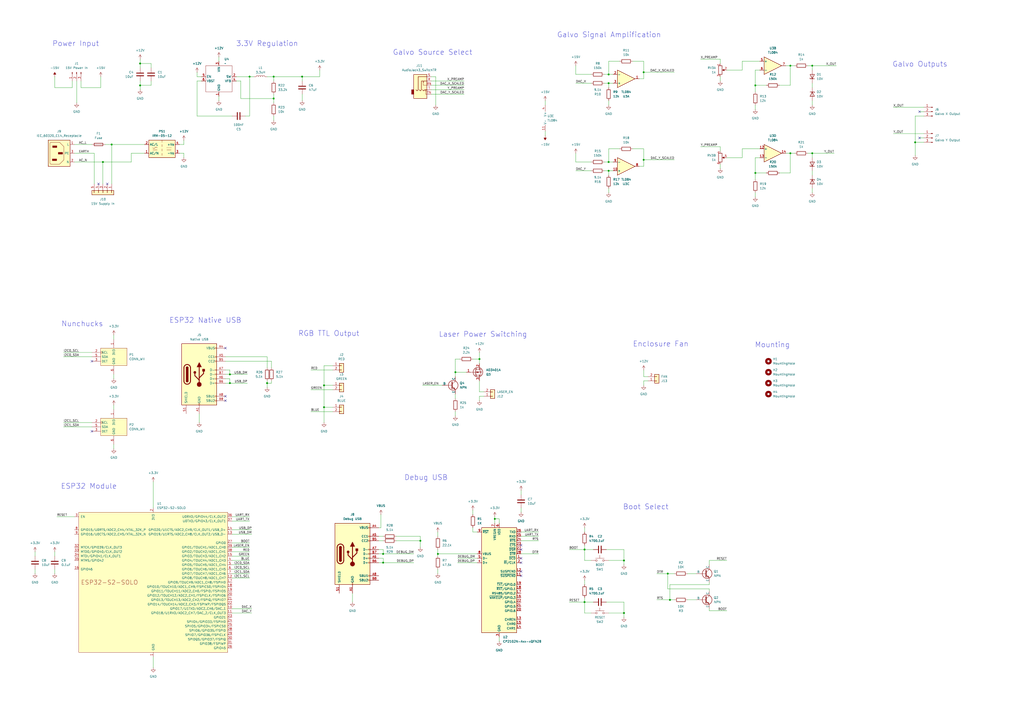
<source format=kicad_sch>
(kicad_sch (version 20250114) (generator "eeschema") (generator_version "9.0")
  (paper "A2")
  (text "ESP32 Native USB" (at 119.126 185.928 0) (effects (font (size 3 3))))
  (text "3.3V Regulation" (at 154.94 25.4 0) (effects (font (size 3 3))))
  (text "RGB TTL Output" (at 190.754 193.548 0) (effects (font (size 3 3))))
  (text "Laser Power Switching" (at 280.162 194.056 0) (effects (font (size 3 3))))
  (text "Boot Select" (at 374.65 294.132 0) (effects (font (size 3 3))))
  (text "ESP32 Module" (at 51.562 282.194 0) (effects (font (size 3 3))))
  (text "Enclosure Fan" (at 383.286 199.644 0) (effects (font (size 3 3))))
  (text "Nunchucks" (at 47.752 187.96 0) (effects (font (size 3 3))))
  (text "Mounting" (at 448.056 200.152 0) (effects (font (size 3 3))))
  (text "Galvo Source Select" (at 250.952 30.48 0) (effects (font (size 3 3))))
  (text "Power Input" (at 43.942 25.4 0) (effects (font (size 3 3))))
  (text "Debug USB" (at 247.142 277.114 0) (effects (font (size 3 3))))
  (text "Galvo Signal Amplification" (at 353.314 20.32 0) (effects (font (size 3 3))))
  (text "Galvo Outputs" (at 533.654 37.338 0) (effects (font (size 3 3))))
  (junction (at 361.95 325.12))
  (junction (at 222.25 321.31))
  (junction (at 133.35 217.17))
  (junction (at 175.26 44.45))
  (junction (at 471.17 88.9))
  (junction (at 373.38 92.71))
  (junction (at 471.17 38.1))
  (junction (at 187.96 223.52))
  (junction (at 64.77 83.82))
  (junction (at 339.09 318.77))
  (junction (at 59.69 93.98))
  (junction (at 361.95 355.6))
  (junction (at 438.15 100.33))
  (junction (at 458.47 38.1))
  (junction (at 254 321.31))
  (junction (at 154.94 222.25))
  (junction (at 133.35 222.25))
  (junction (at 458.47 88.9))
  (junction (at 339.09 349.25))
  (junction (at 388.62 347.98))
  (junction (at 158.75 57.15))
  (junction (at 353.06 48.26))
  (junction (at 287.02 300.99))
  (junction (at 353.06 93.98))
  (junction (at 144.78 44.45))
  (junction (at 81.28 49.53))
  (junction (at 373.38 41.91))
  (junction (at 353.06 43.18))
  (junction (at 353.06 99.06))
  (junction (at 187.96 236.22))
  (junction (at 387.35 332.74))
  (junction (at 438.15 49.53))
  (junction (at 81.28 36.83))
  (junction (at 278.13 208.28))
  (junction (at 243.84 313.69))
  (junction (at 264.16 215.9))
  (junction (at 530.86 82.55))
  (junction (at 158.75 44.45))
  (junction (at 222.25 326.39))
  (no_connect (at 302.26 334.01))
  (no_connect (at 53.34 209.55))
  (no_connect (at 533.4 64.77))
  (no_connect (at 533.4 80.01))
  (no_connect (at 302.26 318.77))
  (no_connect (at 302.26 323.85))
  (no_connect (at 302.26 331.47))
  (no_connect (at 302.26 316.23))
  (no_connect (at 130.81 201.93))
  (no_connect (at 130.81 232.41))
  (no_connect (at 302.26 326.39))
  (no_connect (at 53.34 250.19))
  (no_connect (at 57.15 106.68))
  (no_connect (at 130.81 229.87))
  (no_connect (at 62.23 106.68))
  (wire (pts (xy 471.17 38.1) (xy 485.14 38.1)))
  (wire (pts (xy 353.06 58.42) (xy 353.06 60.96)))
  (wire (pts (xy 438.15 49.53) (xy 438.15 53.34)))
  (wire (pts (xy 229.87 313.69) (xy 243.84 313.69)))
  (wire (pts (xy 287.02 299.72) (xy 287.02 300.99)))
  (wire (pts (xy 353.06 35.56) (xy 359.41 35.56)))
  (wire (pts (xy 266.7 208.28) (xy 264.16 208.28)))
  (wire (pts (xy 193.04 212.09) (xy 187.96 212.09)))
  (wire (pts (xy 421.64 91.44) (xy 430.53 91.44)))
  (wire (pts (xy 87.63 36.83) (xy 81.28 36.83)))
  (wire (pts (xy 411.48 337.82) (xy 411.48 339.09)))
  (wire (pts (xy 130.81 209.55) (xy 157.48 209.55)))
  (wire (pts (xy 175.26 44.45) (xy 175.26 46.99)))
  (wire (pts (xy 133.35 222.25) (xy 143.51 222.25)))
  (wire (pts (xy 81.28 34.29) (xy 81.28 36.83)))
  (wire (pts (xy 254 318.77) (xy 254 321.31)))
  (wire (pts (xy 302.26 308.61) (xy 312.42 308.61)))
  (wire (pts (xy 144.78 327.66) (xy 134.62 327.66)))
  (wire (pts (xy 278.13 227.33) (xy 278.13 220.98)))
  (wire (pts (xy 154.94 220.98) (xy 154.94 222.25)))
  (wire (pts (xy 339.09 316.23) (xy 339.09 318.77)))
  (wire (pts (xy 373.38 92.71) (xy 391.16 92.71)))
  (wire (pts (xy 440.69 40.64) (xy 438.15 40.64)))
  (wire (pts (xy 411.48 327.66) (xy 411.48 325.12)))
  (wire (pts (xy 222.25 321.31) (xy 240.03 321.31)))
  (wire (pts (xy 387.35 332.74) (xy 391.16 332.74)))
  (wire (pts (xy 458.47 100.33) (xy 452.12 100.33)))
  (wire (pts (xy 471.17 48.26) (xy 471.17 50.8)))
  (wire (pts (xy 411.48 353.06) (xy 411.48 354.33)))
  (wire (pts (xy 440.69 91.44) (xy 438.15 91.44)))
  (wire (pts (xy 406.4 85.09) (xy 417.83 85.09)))
  (wire (pts (xy 302.26 313.69) (xy 312.42 313.69)))
  (wire (pts (xy 59.69 106.68) (xy 59.69 93.98)))
  (wire (pts (xy 302.26 311.15) (xy 312.42 311.15)))
  (wire (pts (xy 339.09 346.71) (xy 339.09 349.25)))
  (wire (pts (xy 373.38 35.56) (xy 367.03 35.56)))
  (wire (pts (xy 158.75 44.45) (xy 154.94 44.45)))
  (wire (pts (xy 158.75 57.15) (xy 158.75 59.69)))
  (wire (pts (xy 157.48 220.98) (xy 157.48 222.25)))
  (wire (pts (xy 114.3 46.99) (xy 114.3 67.31)))
  (wire (pts (xy 530.86 82.55) (xy 530.86 90.17)))
  (wire (pts (xy 130.81 219.71) (xy 133.35 219.71)))
  (wire (pts (xy 254 308.61) (xy 254 311.15)))
  (wire (pts (xy 87.63 39.37) (xy 87.63 36.83)))
  (wire (pts (xy 265.43 323.85) (xy 276.86 323.85)))
  (wire (pts (xy 144.78 44.45) (xy 147.32 44.45)))
  (wire (pts (xy 370.84 45.72) (xy 373.38 45.72)))
  (wire (pts (xy 361.95 355.6) (xy 361.95 358.14)))
  (wire (pts (xy 316.23 58.42) (xy 316.23 60.96)))
  (wire (pts (xy 222.25 318.77) (xy 222.25 321.31)))
  (wire (pts (xy 351.79 318.77) (xy 361.95 318.77)))
  (wire (pts (xy 31.75 320.04) (xy 31.75 322.58)))
  (wire (pts (xy 274.32 308.61) (xy 276.86 308.61)))
  (wire (pts (xy 280.67 229.87) (xy 278.13 229.87)))
  (wire (pts (xy 254 321.31) (xy 276.86 321.31)))
  (wire (pts (xy 438.15 111.76) (xy 438.15 114.3)))
  (wire (pts (xy 417.83 87.63) (xy 417.83 85.09)))
  (wire (pts (xy 139.7 57.15) (xy 139.7 46.99)))
  (wire (pts (xy 421.64 40.64) (xy 430.53 40.64)))
  (wire (pts (xy 116.84 46.99) (xy 114.3 46.99)))
  (wire (pts (xy 370.84 96.52) (xy 373.38 96.52)))
  (wire (pts (xy 353.06 355.6) (xy 361.95 355.6)))
  (wire (pts (xy 342.9 43.18) (xy 334.01 43.18)))
  (wire (pts (xy 139.7 46.99) (xy 137.16 46.99)))
  (wire (pts (xy 134.62 302.26) (xy 144.78 302.26)))
  (wire (pts (xy 20.32 330.2) (xy 20.32 332.74)))
  (wire (pts (xy 41.91 50.8) (xy 31.75 50.8)))
  (wire (pts (xy 302.26 294.64) (xy 302.26 297.18)))
  (wire (pts (xy 381 332.74) (xy 387.35 332.74)))
  (wire (pts (xy 468.63 88.9) (xy 471.17 88.9)))
  (wire (pts (xy 334.01 38.1) (xy 334.01 43.18)))
  (wire (pts (xy 417.83 95.25) (xy 417.83 97.79)))
  (wire (pts (xy 158.75 44.45) (xy 175.26 44.45)))
  (wire (pts (xy 76.2 93.98) (xy 76.2 88.9)))
  (wire (pts (xy 289.56 369.57) (xy 289.56 372.11)))
  (wire (pts (xy 53.34 83.82) (xy 43.18 83.82)))
  (wire (pts (xy 438.15 40.64) (xy 438.15 49.53)))
  (wire (pts (xy 250.19 52.07) (xy 269.24 52.07)))
  (wire (pts (xy 254 330.2) (xy 254 332.74)))
  (wire (pts (xy 158.75 67.31) (xy 158.75 69.85)))
  (wire (pts (xy 157.48 209.55) (xy 157.48 213.36)))
  (wire (pts (xy 36.83 204.47) (xy 53.34 204.47)))
  (wire (pts (xy 361.95 349.25) (xy 361.95 355.6)))
  (wire (pts (xy 137.16 44.45) (xy 144.78 44.45)))
  (wire (pts (xy 245.11 223.52) (xy 256.54 223.52)))
  (wire (pts (xy 264.16 215.9) (xy 270.51 215.9)))
  (wire (pts (xy 76.2 88.9) (xy 83.82 88.9)))
  (wire (pts (xy 350.52 48.26) (xy 353.06 48.26)))
  (wire (pts (xy 302.26 284.48) (xy 302.26 287.02)))
  (wire (pts (xy 146.05 353.06) (xy 134.62 353.06)))
  (wire (pts (xy 66.04 217.17) (xy 66.04 219.71)))
  (wire (pts (xy 471.17 58.42) (xy 471.17 60.96)))
  (wire (pts (xy 430.53 40.64) (xy 430.53 35.56)))
  (wire (pts (xy 278.13 229.87) (xy 278.13 232.41)))
  (wire (pts (xy 355.6 99.06) (xy 353.06 99.06)))
  (wire (pts (xy 54.61 106.68) (xy 54.61 88.9)))
  (wire (pts (xy 353.06 43.18) (xy 353.06 35.56)))
  (wire (pts (xy 59.69 93.98) (xy 76.2 93.98)))
  (wire (pts (xy 535.94 67.31) (xy 530.86 67.31)))
  (wire (pts (xy 411.48 341.63) (xy 411.48 342.9)))
  (wire (pts (xy 353.06 93.98) (xy 353.06 86.36)))
  (wire (pts (xy 471.17 88.9) (xy 483.87 88.9)))
  (wire (pts (xy 458.47 49.53) (xy 452.12 49.53)))
  (wire (pts (xy 187.96 212.09) (xy 187.96 223.52)))
  (wire (pts (xy 158.75 57.15) (xy 139.7 57.15)))
  (wire (pts (xy 134.62 299.72) (xy 144.78 299.72)))
  (wire (pts (xy 339.09 355.6) (xy 339.09 349.25)))
  (wire (pts (xy 81.28 49.53) (xy 81.28 46.99)))
  (wire (pts (xy 46.99 50.8) (xy 58.42 50.8)))
  (wire (pts (xy 54.61 88.9) (xy 43.18 88.9)))
  (wire (pts (xy 36.83 207.01) (xy 53.34 207.01)))
  (wire (pts (xy 114.3 41.91) (xy 114.3 44.45)))
  (wire (pts (xy 375.92 220.98) (xy 373.38 220.98)))
  (wire (pts (xy 254 321.31) (xy 254 322.58)))
  (wire (pts (xy 127 33.02) (xy 127 35.56)))
  (wire (pts (xy 133.35 222.25) (xy 130.81 222.25)))
  (wire (pts (xy 36.83 247.65) (xy 53.34 247.65)))
  (wire (pts (xy 417.83 36.83) (xy 417.83 34.29)))
  (wire (pts (xy 243.84 311.15) (xy 243.84 313.69)))
  (wire (pts (xy 334.01 88.9) (xy 334.01 93.98)))
  (wire (pts (xy 64.77 83.82) (xy 83.82 83.82)))
  (wire (pts (xy 330.2 318.77) (xy 339.09 318.77)))
  (wire (pts (xy 66.04 257.81) (xy 66.04 260.35)))
  (wire (pts (xy 355.6 48.26) (xy 353.06 48.26)))
  (wire (pts (xy 387.35 332.74) (xy 387.35 341.63)))
  (wire (pts (xy 130.81 207.01) (xy 154.94 207.01)))
  (wire (pts (xy 330.2 349.25) (xy 339.09 349.25)))
  (wire (pts (xy 398.78 332.74) (xy 403.86 332.74)))
  (wire (pts (xy 144.78 322.58) (xy 134.62 322.58)))
  (wire (pts (xy 411.48 339.09) (xy 388.62 339.09)))
  (wire (pts (xy 430.53 91.44) (xy 430.53 86.36)))
  (wire (pts (xy 88.9 279.4) (xy 88.9 294.64)))
  (wire (pts (xy 264.16 208.28) (xy 264.16 215.9)))
  (wire (pts (xy 187.96 236.22) (xy 193.04 236.22)))
  (wire (pts (xy 278.13 204.47) (xy 278.13 208.28)))
  (wire (pts (xy 187.96 223.52) (xy 187.96 236.22)))
  (wire (pts (xy 430.53 35.56) (xy 440.69 35.56)))
  (wire (pts (xy 289.56 300.99) (xy 287.02 300.99)))
  (wire (pts (xy 280.67 227.33) (xy 278.13 227.33)))
  (wire (pts (xy 264.16 228.6) (xy 264.16 231.14)))
  (wire (pts (xy 106.68 81.28) (xy 106.68 83.82)))
  (wire (pts (xy 46.99 46.99) (xy 46.99 50.8)))
  (wire (pts (xy 180.34 214.63) (xy 193.04 214.63)))
  (wire (pts (xy 87.63 46.99) (xy 87.63 49.53)))
  (wire (pts (xy 388.62 339.09) (xy 388.62 347.98)))
  (wire (pts (xy 144.78 335.28) (xy 134.62 335.28)))
  (wire (pts (xy 115.57 240.03) (xy 115.57 245.11)))
  (wire (pts (xy 373.38 86.36) (xy 367.03 86.36)))
  (wire (pts (xy 154.94 207.01) (xy 154.94 213.36)))
  (wire (pts (xy 350.52 43.18) (xy 353.06 43.18)))
  (wire (pts (xy 458.47 38.1) (xy 461.01 38.1)))
  (wire (pts (xy 350.52 93.98) (xy 353.06 93.98)))
  (wire (pts (xy 361.95 325.12) (xy 361.95 327.66)))
  (wire (pts (xy 387.35 341.63) (xy 411.48 341.63)))
  (wire (pts (xy 180.34 238.76) (xy 193.04 238.76)))
  (wire (pts (xy 438.15 60.96) (xy 438.15 63.5)))
  (wire (pts (xy 471.17 99.06) (xy 471.17 101.6)))
  (wire (pts (xy 187.96 223.52) (xy 193.04 223.52)))
  (wire (pts (xy 116.84 44.45) (xy 114.3 44.45)))
  (wire (pts (xy 220.98 298.45) (xy 220.98 306.07)))
  (wire (pts (xy 219.71 311.15) (xy 222.25 311.15)))
  (wire (pts (xy 353.06 43.18) (xy 355.6 43.18)))
  (wire (pts (xy 458.47 88.9) (xy 461.01 88.9)))
  (wire (pts (xy 430.53 86.36) (xy 440.69 86.36)))
  (wire (pts (xy 353.06 109.22) (xy 353.06 111.76)))
  (wire (pts (xy 36.83 245.11) (xy 53.34 245.11)))
  (wire (pts (xy 334.01 48.26) (xy 342.9 48.26)))
  (wire (pts (xy 41.91 46.99) (xy 41.91 50.8)))
  (wire (pts (xy 316.23 76.2) (xy 316.23 78.74)))
  (wire (pts (xy 252.73 44.45) (xy 252.73 60.96)))
  (wire (pts (xy 158.75 54.61) (xy 158.75 57.15)))
  (wire (pts (xy 471.17 88.9) (xy 471.17 91.44)))
  (wire (pts (xy 144.78 44.45) (xy 144.78 67.31)))
  (wire (pts (xy 130.81 214.63) (xy 133.35 214.63)))
  (wire (pts (xy 88.9 381) (xy 88.9 387.35)))
  (wire (pts (xy 411.48 354.33) (xy 421.64 354.33)))
  (wire (pts (xy 373.38 41.91) (xy 391.16 41.91)))
  (wire (pts (xy 133.35 217.17) (xy 143.51 217.17)))
  (wire (pts (xy 438.15 91.44) (xy 438.15 100.33)))
  (wire (pts (xy 287.02 300.99) (xy 287.02 303.53)))
  (wire (pts (xy 250.19 49.53) (xy 269.24 49.53)))
  (wire (pts (xy 468.63 38.1) (xy 471.17 38.1)))
  (wire (pts (xy 339.09 336.55) (xy 339.09 339.09)))
  (wire (pts (xy 64.77 106.68) (xy 64.77 83.82)))
  (wire (pts (xy 438.15 100.33) (xy 444.5 100.33)))
  (wire (pts (xy 44.45 46.99) (xy 44.45 59.69)))
  (wire (pts (xy 274.32 306.07) (xy 274.32 308.61)))
  (wire (pts (xy 518.16 77.47) (xy 535.94 77.47)))
  (wire (pts (xy 81.28 36.83) (xy 81.28 39.37)))
  (wire (pts (xy 175.26 54.61) (xy 175.26 58.42)))
  (wire (pts (xy 219.71 321.31) (xy 222.25 321.31)))
  (wire (pts (xy 144.78 320.04) (xy 134.62 320.04)))
  (wire (pts (xy 187.96 236.22) (xy 187.96 245.11)))
  (wire (pts (xy 455.93 38.1) (xy 458.47 38.1)))
  (wire (pts (xy 342.9 93.98) (xy 334.01 93.98)))
  (wire (pts (xy 342.9 355.6) (xy 339.09 355.6)))
  (wire (pts (xy 458.47 38.1) (xy 458.47 49.53)))
  (wire (pts (xy 471.17 38.1) (xy 471.17 40.64)))
  (wire (pts (xy 229.87 311.15) (xy 243.84 311.15)))
  (wire (pts (xy 455.93 88.9) (xy 458.47 88.9)))
  (wire (pts (xy 530.86 82.55) (xy 535.94 82.55)))
  (wire (pts (xy 219.71 306.07) (xy 220.98 306.07)))
  (wire (pts (xy 204.47 344.17) (xy 204.47 349.25)))
  (wire (pts (xy 43.18 299.72) (xy 33.02 299.72)))
  (wire (pts (xy 373.38 214.63) (xy 373.38 218.44)))
  (wire (pts (xy 250.19 46.99) (xy 269.24 46.99)))
  (wire (pts (xy 127 55.88) (xy 127 58.42)))
  (wire (pts (xy 157.48 222.25) (xy 154.94 222.25)))
  (wire (pts (xy 144.78 314.96) (xy 134.62 314.96)))
  (wire (pts (xy 250.19 44.45) (xy 252.73 44.45)))
  (wire (pts (xy 438.15 49.53) (xy 444.5 49.53)))
  (wire (pts (xy 180.34 226.06) (xy 193.04 226.06)))
  (wire (pts (xy 458.47 88.9) (xy 458.47 100.33)))
  (wire (pts (xy 133.35 214.63) (xy 133.35 217.17)))
  (wire (pts (xy 104.14 83.82) (xy 106.68 83.82)))
  (wire (pts (xy 350.52 99.06) (xy 353.06 99.06)))
  (wire (pts (xy 175.26 44.45) (xy 185.42 44.45)))
  (wire (pts (xy 353.06 99.06) (xy 353.06 101.6)))
  (wire (pts (xy 58.42 44.45) (xy 58.42 50.8)))
  (wire (pts (xy 351.79 349.25) (xy 361.95 349.25)))
  (wire (pts (xy 264.16 238.76) (xy 264.16 241.3)))
  (wire (pts (xy 339.09 349.25) (xy 344.17 349.25)))
  (wire (pts (xy 373.38 45.72) (xy 373.38 41.91)))
  (wire (pts (xy 66.04 194.31) (xy 66.04 196.85)))
  (wire (pts (xy 154.94 222.25) (xy 154.94 224.79)))
  (wire (pts (xy 265.43 326.39) (xy 276.86 326.39)))
  (wire (pts (xy 81.28 49.53) (xy 81.28 52.07)))
  (wire (pts (xy 353.06 325.12) (xy 361.95 325.12)))
  (wire (pts (xy 134.62 317.5) (xy 144.78 317.5)))
  (wire (pts (xy 274.32 295.91) (xy 274.32 298.45)))
  (wire (pts (xy 398.78 347.98) (xy 403.86 347.98)))
  (wire (pts (xy 334.01 99.06) (xy 342.9 99.06)))
  (wire (pts (xy 243.84 313.69) (xy 243.84 317.5)))
  (wire (pts (xy 411.48 325.12) (xy 421.64 325.12)))
  (wire (pts (xy 264.16 215.9) (xy 264.16 218.44)))
  (wire (pts (xy 278.13 208.28) (xy 278.13 210.82)))
  (wire (pts (xy 144.78 325.12) (xy 134.62 325.12)))
  (wire (pts (xy 373.38 92.71) (xy 373.38 86.36)))
  (wire (pts (xy 146.05 309.88) (xy 134.62 309.88)))
  (wire (pts (xy 146.05 307.34) (xy 134.62 307.34)))
  (wire (pts (xy 388.62 347.98) (xy 391.16 347.98)))
  (wire (pts (xy 133.35 217.17) (xy 130.81 217.17)))
  (wire (pts (xy 339.09 306.07) (xy 339.09 308.61)))
  (wire (pts (xy 144.78 67.31) (xy 142.24 67.31)))
  (wire (pts (xy 381 347.98) (xy 388.62 347.98)))
  (wire (pts (xy 289.56 303.53) (xy 289.56 300.99)))
  (wire (pts (xy 144.78 330.2) (xy 134.62 330.2)))
  (wire (pts (xy 31.75 330.2) (xy 31.75 332.74)))
  (wire (pts (xy 185.42 40.64) (xy 185.42 44.45)))
  (wire (pts (xy 114.3 67.31) (xy 134.62 67.31)))
  (wire (pts (xy 342.9 325.12) (xy 339.09 325.12)))
  (wire (pts (xy 406.4 34.29) (xy 417.83 34.29)))
  (wire (pts (xy 530.86 67.31) (xy 530.86 82.55)))
  (wire (pts (xy 518.16 62.23) (xy 535.94 62.23)))
  (wire (pts (xy 133.35 219.71) (xy 133.35 222.25)))
  (wire (pts (xy 302.26 321.31) (xy 312.42 321.31)))
  (wire (pts (xy 222.25 326.39) (xy 240.03 326.39)))
  (wire (pts (xy 87.63 49.53) (xy 81.28 49.53)))
  (wire (pts (xy 373.38 220.98) (xy 373.38 223.52)))
  (wire (pts (xy 250.19 54.61) (xy 269.24 54.61)))
  (wire (pts (xy 361.95 318.77) (xy 361.95 325.12)))
  (wire (pts (xy 471.17 109.22) (xy 471.17 111.76)))
  (wire (pts (xy 20.32 320.04) (xy 20.32 322.58)))
  (wire (pts (xy 339.09 318.77) (xy 344.17 318.77)))
  (wire (pts (xy 274.32 208.28) (xy 278.13 208.28)))
  (wire (pts (xy 373.38 96.52) (xy 373.38 92.71)))
  (wire (pts (xy 339.09 325.12) (xy 339.09 318.77)))
  (wire (pts (xy 373.38 41.91) (xy 373.38 35.56)))
  (wire (pts (xy 222.25 323.85) (xy 222.25 326.39)))
  (wire (pts (xy 533.4 80.01) (xy 535.94 80.01)))
  (wire (pts (xy 219.71 318.77) (xy 222.25 318.77)))
  (wire (pts (xy 106.68 88.9) (xy 106.68 91.44)))
  (wire (pts (xy 219.71 323.85) (xy 222.25 323.85)))
  (wire (pts (xy 219.71 313.69) (xy 222.25 313.69)))
  (wire (pts (xy 353.06 48.26) (xy 353.06 50.8)))
  (wire (pts (xy 31.75 44.45) (xy 31.75 50.8)))
  (wire (pts (xy 64.77 83.82) (xy 60.96 83.82)))
  (wire (pts (xy 104.14 88.9) (xy 106.68 88.9)))
  (wire (pts (xy 146.05 355.6) (xy 134.62 355.6)))
  (wire (pts (xy 144.78 332.74) (xy 134.62 332.74)))
  (wire (pts (xy 59.69 93.98) (xy 43.18 93.98)))
  (wire (pts (xy 219.71 326.39) (xy 222.25 326.39)))
  (wire (pts (xy 353.06 93.98) (xy 355.6 93.98)))
  (wire (pts (xy 66.04 234.95) (xy 66.04 237.49)))
  (wire (pts (xy 375.92 218.44) (xy 373.38 218.44)))
  (wire (pts (xy 158.75 46.99) (xy 158.75 44.45)))
  (wire (pts (xy 438.15 100.33) (xy 438.15 104.14)))
  (wire (pts (xy 533.4 64.77) (xy 535.94 64.77)))
  (wire (pts (xy 353.06 86.36) (xy 359.41 86.36)))
  (wire (pts (xy 417.83 44.45) (xy 417.83 46.99)))
  (label "USB_DP" (at 143.51 222.25 180))
  (label "DEBUG_DP" (at 265.43 326.39 0))
  (label "GREEN" (at 144.78 322.58 180))
  (label "DEBUG_DM" (at 240.03 321.31 180))
  (label "DAC_X_SCALED" (at 269.24 49.53 180))
  (label "DAC_Y_SCALED" (at 391.16 92.71 180))
  (label "Y_PREAMP" (at 406.4 85.09 0))
  (label "I2C0_SCL" (at 36.83 204.47 0))
  (label "BLUE" (at 180.34 238.76 0))
  (label "EARTH" (at 45.72 88.9 0))
  (label "AC_N" (at 45.72 93.98 0))
  (label "BOOT" (at 144.78 314.96 180))
  (label "DEBUG_DP" (at 240.03 326.39 180))
  (label "UART_TX" (at 144.78 302.26 180))
  (label "I2C0_SDA" (at 144.78 327.66 180))
  (label "USB_DP" (at 146.05 307.34 180))
  (label "RED" (at 180.34 214.63 0))
  (label "I2C1_SDA" (at 36.83 247.65 0))
  (label "RESET" (at 421.64 325.12 180))
  (label "USB_DM" (at 146.05 309.88 180))
  (label "DAC_X_SCALED" (at 391.16 41.91 180))
  (label "BOOT" (at 421.64 354.33 180))
  (label "USB_DM" (at 143.51 217.17 180))
  (label "X_OUT" (at 485.14 38.1 180))
  (label "UART_TX" (at 312.42 311.15 180))
  (label "I2C0_SDA" (at 36.83 207.01 0))
  (label "DAC_Y_SCALED" (at 269.24 54.61 180))
  (label "Y_OUT" (at 483.87 88.9 180))
  (label "DTR" (at 312.42 321.31 180))
  (label "X_OUT" (at 518.16 62.23 0))
  (label "DAC_X" (at 334.01 48.26 0))
  (label "LASER_EN" (at 245.11 223.52 0))
  (label "RESET" (at 330.2 349.25 0))
  (label "X_PREAMP" (at 269.24 46.99 180))
  (label "RTS" (at 381 347.98 0))
  (label "RESET" (at 33.02 299.72 0))
  (label "DAC_Y" (at 334.01 99.06 0))
  (label "I2C1_SCL" (at 144.78 335.28 180))
  (label "UART_RX" (at 144.78 299.72 180))
  (label "GREEN" (at 180.34 226.06 0))
  (label "RED" (at 144.78 320.04 180))
  (label "I2C1_SDA" (at 144.78 332.74 180))
  (label "RTS" (at 312.42 313.69 180))
  (label "DAC_Y" (at 146.05 355.6 180))
  (label "X_PREAMP" (at 406.4 34.29 0))
  (label "AC_L" (at 45.72 83.82 0))
  (label "I2C1_SCL" (at 36.83 245.11 0))
  (label "DAC_X" (at 146.05 353.06 180))
  (label "UART_RX" (at 312.42 308.61 180))
  (label "I2C0_SCL" (at 144.78 330.2 180))
  (label "BLUE" (at 144.78 325.12 180))
  (label "Y_PREAMP" (at 269.24 52.07 180))
  (label "LASER_EN" (at 144.78 317.5 180))
  (label "DEBUG_DM" (at 265.43 323.85 0))
  (label "Y_OUT" (at 518.16 77.47 0))
  (label "DTR" (at 381 332.74 0))
  (label "BOOT" (at 330.2 318.77 0))
  (symbol (lib_id "power:+3.3V") (at 31.75 320.04 0) (unit 1)
    (property "Reference" "#PWR058" (effects (hide yes)))
    (property "Value" "+3.3V" (at 31.75 314.96 0))
    (property "Description" "Power symbol creates a global label with name \"+3.3V\"" (effects (hide yes)))
  )
  (symbol (lib_id "power:GND") (at 417.83 46.99 0) (unit 1)
    (property "Reference" "#PWR024" (effects (hide yes)))
    (property "Value" "GND" (at 417.83 52.07 0))
    (property "Description" "Power symbol creates a global label with name \"GND\" , ground" (effects (hide yes)))
  )
  (symbol (lib_id "power:GND") (at 66.04 219.71 0) (unit 1)
    (property "Reference" "#PWR019" (effects (hide yes)))
    (property "Value" "GND" (at 66.04 224.79 0))
    (property "Description" "Power symbol creates a global label with name \"GND\" , ground" (effects (hide yes)))
  )
  (symbol (lib_id "power:GND") (at 81.28 52.07 0) (unit 1)
    (property "Reference" "#PWR038" (effects (hide yes)))
    (property "Value" "GND" (at 81.28 57.15 0))
    (property "Description" "Power symbol creates a global label with name \"GND\" , ground" (effects (hide yes)))
  )
  (symbol (lib_id "power:GND") (at 289.56 372.11 0) (unit 1)
    (property "Reference" "#PWR09" (effects (hide yes)))
    (property "Value" "GND" (at 289.56 377.19 0))
    (property "Description" "Power symbol creates a global label with name \"GND\" , ground" (effects (hide yes)))
  )
  (symbol (lib_id "Amplifier_Operational:TL084") (at 448.31 38.1 0) (unit 2)
    (property "Reference" "U3" (at 448.31 27.94 0))
    (property "Value" "TL084" (at 448.31 30.48 0))
    (property "Footprint" "Package_SO:SOIC-14_3.9x8.7mm_P1.27mm" (effects (hide yes)))
    (property "Datasheet" "http://www.ti.com/lit/ds/symlink/tl081.pdf" (effects (hide yes)))
    (property "Description" "Quad JFET-Input Operational Amplifiers, DIP-14/SOIC-14/SSOP-14" (effects (hide yes)))
  )
  (symbol (lib_id "Device:R") (at 438.15 107.95 0) (unit 1)
    (property "Reference" "R19" (at 440.69 106.6799 0) (effects (justify left)))
    (property "Value" "12k" (at 440.69 109.2199 0) (effects (justify left)))
    (property "Footprint" "Resistor_SMD:R_0603_1608Metric_Pad0.98x0.95mm_HandSolder" (effects (hide yes)))
    (property "Description" "Resistor" (effects (hide yes)))
  )
  (symbol (lib_id "Device:R_Potentiometer_Dual_Separate") (at 417.83 40.64 0) (unit 1)
    (property "Reference" "RV3" (at 415.29 39.3699 0) (effects (justify right)))
    (property "Value" "1k" (at 415.29 41.9099 0) (effects (justify right)))
    (property "Footprint" "Potentiometer_THT:Potentiometer_Alps_RK163_Dual_Horizontal" (effects (hide yes)))
    (property "Description" "Dual potentiometer, separate units" (effects (hide yes)))
  )
  (symbol (lib_id "power:+3.3V") (at 66.04 194.31 0) (unit 1)
    (property "Reference" "#PWR017" (effects (hide yes)))
    (property "Value" "+3.3V" (at 66.04 189.23 0))
    (property "Description" "Power symbol creates a global label with name \"+3.3V\"" (effects (hide yes)))
  )
  (symbol (lib_id "Device:R") (at 363.22 35.56 90) (unit 1)
    (property "Reference" "R11" (at 363.22 29.21 90))
    (property "Value" "10k" (at 363.22 31.75 90))
    (property "Footprint" "Resistor_SMD:R_0603_1608Metric_Pad0.98x0.95mm_HandSolder" (effects (hide yes)))
    (property "Description" "Resistor" (effects (hide yes)))
  )
  (symbol (lib_id "power:GND") (at 438.15 63.5 0) (unit 1)
    (property "Reference" "#PWR025" (effects (hide yes)))
    (property "Value" "GND" (at 438.15 68.58 0))
    (property "Description" "Power symbol creates a global label with name \"GND\" , ground" (effects (hide yes)))
  )
  (symbol (lib_id "Device:R") (at 157.48 217.17 180) (unit 1)
    (property "Reference" "R27" (at 160.02 215.8999 0) (effects (justify right)))
    (property "Value" "5.1k" (at 160.02 218.4399 0) (effects (justify right)))
    (property "Footprint" "Resistor_SMD:R_0603_1608Metric_Pad0.98x0.95mm_HandSolder" (effects (hide yes)))
    (property "Description" "Resistor" (effects (hide yes)))
  )
  (symbol (lib_id "Device:R") (at 363.22 86.36 90) (unit 1)
    (property "Reference" "R18" (at 363.22 80.01 90))
    (property "Value" "10k" (at 363.22 82.55 90))
    (property "Footprint" "Resistor_SMD:R_0603_1608Metric_Pad0.98x0.95mm_HandSolder" (effects (hide yes)))
    (property "Description" "Resistor" (effects (hide yes)))
  )
  (symbol (lib_id "power:GND") (at 353.06 60.96 0) (unit 1)
    (property "Reference" "#PWR023" (effects (hide yes)))
    (property "Value" "GND" (at 353.06 66.04 0))
    (property "Description" "Power symbol creates a global label with name \"GND\" , ground" (effects (hide yes)))
  )
  (symbol (lib_id "power:GND") (at 158.75 69.85 0) (unit 1)
    (property "Reference" "#PWR040" (effects (hide yes)))
    (property "Value" "GND" (at 158.75 74.93 0))
    (property "Description" "Power symbol creates a global label with name \"GND\" , ground" (effects (hide yes)))
  )
  (symbol (lib_id "power:+15V") (at 334.01 88.9 0) (unit 1)
    (property "Reference" "#PWR027" (effects (hide yes)))
    (property "Value" "+15V" (at 334.01 83.82 0))
    (property "Description" "Power symbol creates a global label with name \"+15V\"" (effects (hide yes)))
  )
  (symbol (lib_id "power:GND") (at 417.83 97.79 0) (unit 1)
    (property "Reference" "#PWR029" (effects (hide yes)))
    (property "Value" "GND" (at 417.83 102.87 0))
    (property "Description" "Power symbol creates a global label with name \"GND\" , ground" (effects (hide yes)))
  )
  (symbol (lib_id "Connector:Conn_01x03_Pin") (at 44.45 41.91 90) (mirror x) (unit 1)
    (property "Reference" "J1" (at 44.45 36.83 90))
    (property "Value" "15V Power In" (at 44.45 39.37 90))
    (property "Footprint" "Connector_Molex:Molex_KK-254_AE-6410-03A_1x03_P2.54mm_Vertical" (effects (hide yes)))
    (property "Description" "Generic connector, single row, 01x03, script generated" (effects (hide yes)))
  )
  (symbol (lib_id "Device:C") (at 302.26 290.83 0) (unit 1)
    (property "Reference" "C7" (at 306.07 289.5599 0) (effects (justify left)))
    (property "Value" "10uF" (at 306.07 292.0999 0) (effects (justify left)))
    (property "Footprint" "Capacitor_SMD:C_0603_1608Metric_Pad1.08x0.95mm_HandSolder" (effects (hide yes)))
    (property "Description" "Unpolarized capacitor" (effects (hide yes)))
  )
  (symbol (lib_id "power:+12V") (at 106.68 81.28 0) (unit 1)
    (property "Reference" "#PWR045" (effects (hide yes)))
    (property "Value" "+12V" (at 106.68 76.2 0))
    (property "Description" "Power symbol creates a global label with name \"+12V\"" (effects (hide yes)))
  )
  (symbol (lib_id "Amplifier_Operational:TL084") (at 363.22 45.72 0) (mirror x) (unit 1)
    (property "Reference" "U3" (at 363.22 55.88 0))
    (property "Value" "TL084" (at 363.22 53.34 0))
    (property "Footprint" "Package_SO:SOIC-14_3.9x8.7mm_P1.27mm" (effects (hide yes)))
    (property "Datasheet" "http://www.ti.com/lit/ds/symlink/tl081.pdf" (effects (hide yes)))
    (property "Description" "Quad JFET-Input Operational Amplifiers, DIP-14/SOIC-14/SSOP-14" (effects (hide yes)))
  )
  (symbol (lib_id "Device:R_Potentiometer_Dual_Separate") (at 417.83 91.44 0) (unit 2)
    (property "Reference" "RV3" (at 415.29 90.1699 0) (effects (justify right)))
    (property "Value" "1k" (at 415.29 92.7099 0) (effects (justify right)))
    (property "Footprint" "Potentiometer_THT:Potentiometer_Alps_RK163_Dual_Horizontal" (effects (hide yes)))
    (property "Description" "Dual potentiometer, separate units" (effects (hide yes)))
  )
  (symbol (lib_id "Device:R") (at 274.32 302.26 0) (mirror y) (unit 1)
    (property "Reference" "R1" (at 276.86 300.9899 0) (effects (justify right)))
    (property "Value" "1K" (at 276.86 303.5299 0) (effects (justify right)))
    (property "Footprint" "Resistor_SMD:R_0603_1608Metric_Pad0.98x0.95mm_HandSolder" (effects (hide yes)))
    (property "Description" "Resistor" (effects (hide yes)))
  )
  (symbol (lib_id "Device:R") (at 353.06 54.61 0) (unit 1)
    (property "Reference" "R9" (at 355.6 53.3399 0) (effects (justify left)))
    (property "Value" "12k" (at 355.6 55.8799 0) (effects (justify left)))
    (property "Footprint" "Resistor_SMD:R_0603_1608Metric_Pad0.98x0.95mm_HandSolder" (effects (hide yes)))
    (property "Description" "Resistor" (effects (hide yes)))
  )
  (symbol (lib_id "Connector:USB_C_Receptacle_USB2.0_16P") (at 115.57 217.17 0) (unit 1)
    (property "Reference" "J5" (at 115.57 194.31 0))
    (property "Value" "Native USB" (at 115.57 196.85 0))
    (property "Footprint" "Connector_USB:USB_C_Receptacle_GCT_USB4105-xx-A_16P_TopMnt_Horizontal" (effects (hide yes)))
    (property "Datasheet" "https://www.usb.org/sites/default/files/documents/usb_type-c.zip" (effects (hide yes)))
    (property "Description" "USB 2.0-only 16P Type-C Receptacle connector" (effects (hide yes)))
  )
  (symbol (lib_id "Device:D_Zener") (at 471.17 44.45 90) (unit 1)
    (property "Reference" "D1" (at 473.71 43.1799 90) (effects (justify right)))
    (property "Value" "10V" (at 473.71 45.7199 90) (effects (justify right)))
    (property "Footprint" "Diode_SMD:D_SOD-123" (effects (hide yes)))
    (property "Description" "Zener diode" (effects (hide yes)))
  )
  (symbol (lib_id "power:GND") (at 530.86 90.17 0) (unit 1)
    (property "Reference" "#PWR010" (effects (hide yes)))
    (property "Value" "GND" (at 530.86 95.25 0))
    (property "Description" "Power symbol creates a global label with name \"GND\" , ground" (effects (hide yes)))
  )
  (symbol (lib_id "Amplifier_Operational:TL084") (at 318.77 68.58 0) (unit 5)
    (property "Reference" "U3" (at 317.5 67.3099 0) (effects (justify left)))
    (property "Value" "TL084" (at 317.5 69.8499 0) (effects (justify left)))
    (property "Footprint" "Package_SO:SOIC-14_3.9x8.7mm_P1.27mm" (effects (hide yes)))
    (property "Datasheet" "http://www.ti.com/lit/ds/symlink/tl081.pdf" (effects (hide yes)))
    (property "Description" "Quad JFET-Input Operational Amplifiers, DIP-14/SOIC-14/SSOP-14" (effects (hide yes)))
  )
  (symbol (lib_id "Device:C") (at 81.28 43.18 0) (mirror y) (unit 1)
    (property "Reference" "C4" (at 77.47 41.9099 0) (effects (justify left)))
    (property "Value" "10uF" (at 77.47 44.4499 0) (effects (justify left)))
    (property "Footprint" "Capacitor_SMD:C_0603_1608Metric_Pad1.08x0.95mm_HandSolder" (effects (hide yes)))
    (property "Description" "Unpolarized capacitor" (effects (hide yes)))
  )
  (symbol (lib_id "Simulation_SPICE:NPN") (at 408.94 332.74 0) (unit 1)
    (property "Reference" "Q1" (at 414.02 331.4699 0) (effects (justify left)))
    (property "Value" "NPN" (at 414.02 334.0099 0) (effects (justify left)))
    (property "Footprint" "Package_TO_SOT_SMD:SOT-23-3" (effects (hide yes)))
    (property "Datasheet" "https://ngspice.sourceforge.io/docs/ngspice-html-manual/manual.xhtml#cha_BJTs" (effects (hide yes)))
    (property "Description" "Bipolar transistor symbol for simulation only, substrate tied to the emitter" (effects (hide yes)))
    (property "Sim.Device" "NPN" (effects (hide yes)))
    (property "Sim.Type" "GUMMELPOON" (effects (hide yes)))
    (property "Sim.Pins" "1=C 2=B 3=E" (effects (hide yes)))
  )
  (symbol (lib_id "Device:R") (at 346.71 43.18 270) (mirror x) (unit 1)
    (property "Reference" "R8" (at 346.71 36.83 90))
    (property "Value" "150k" (at 346.71 39.37 90))
    (property "Footprint" "Resistor_SMD:R_0603_1608Metric_Pad0.98x0.95mm_HandSolder" (effects (hide yes)))
    (property "Description" "Resistor" (effects (hide yes)))
  )
  (symbol (lib_id "power:+3.3V") (at 185.42 40.64 0) (unit 1)
    (property "Reference" "#PWR042" (effects (hide yes)))
    (property "Value" "+3.3V" (at 185.42 35.56 0))
    (property "Description" "Power symbol creates a global label with name \"+3.3V\"" (effects (hide yes)))
  )
  (symbol (lib_id "power:VBUS") (at 254 308.61 0) (unit 1)
    (property "Reference" "#PWR012" (effects (hide yes)))
    (property "Value" "VBUS" (at 254 303.53 0))
    (property "Description" "Power symbol creates a global label with name \"VBUS\"" (effects (hide yes)))
  )
  (symbol (lib_id "Switch:SW_Push") (at 347.98 355.6 0) (mirror y) (unit 1)
    (property "Reference" "SW2" (at 347.98 360.68 0))
    (property "Value" "RESET" (at 347.98 358.14 0))
    (property "Footprint" "Button_Switch_THT:SW_Tactile_SPST_Angled_PTS645Vx58-2LFS" (effects (hide yes)))
    (property "Description" "Push button switch, generic, two pins" (effects (hide yes)))
  )
  (symbol (lib_id "Connector_Generic:Conn_01x02") (at 285.75 229.87 0) (mirror x) (unit 1)
    (property "Reference" "J12" (at 288.29 229.8701 0) (effects (justify left)))
    (property "Value" "LASER_EN" (at 288.29 227.3301 0) (effects (justify left)))
    (property "Footprint" "Connector_JST:JST_XH_B2B-XH-A_1x02_P2.50mm_Vertical" (effects (hide yes)))
    (property "Description" "Generic connector, single row, 01x02, script generated (kicad-library-utils/schlib/autogen/connector/)" (effects (hide yes)))
  )
  (symbol (lib_id "Device:R") (at 438.15 57.15 0) (unit 1)
    (property "Reference" "R13" (at 440.69 55.8799 0) (effects (justify left)))
    (property "Value" "12k" (at 440.69 58.4199 0) (effects (justify left)))
    (property "Footprint" "Resistor_SMD:R_0603_1608Metric_Pad0.98x0.95mm_HandSolder" (effects (hide yes)))
    (property "Description" "Resistor" (effects (hide yes)))
  )
  (symbol (lib_id "Device:R") (at 448.31 100.33 90) (mirror x) (unit 1)
    (property "Reference" "R20" (at 448.31 93.98 90))
    (property "Value" "150k" (at 448.31 96.52 90))
    (property "Footprint" "Resistor_SMD:R_0603_1608Metric_Pad0.98x0.95mm_HandSolder" (effects (hide yes)))
    (property "Description" "Resistor" (effects (hide yes)))
  )
  (symbol (lib_id "power:GND") (at 31.75 332.74 0) (unit 1)
    (property "Reference" "#PWR059" (effects (hide yes)))
    (property "Value" "GND" (at 31.75 337.82 0))
    (property "Description" "Power symbol creates a global label with name \"GND\" , ground" (effects (hide yes)))
  )
  (symbol (lib_id "power:GND") (at 302.26 297.18 0) (unit 1)
    (property "Reference" "#PWR055" (effects (hide yes)))
    (property "Value" "GND" (at 302.26 302.26 0))
    (property "Description" "Power symbol creates a global label with name \"GND\" , ground" (effects (hide yes)))
  )
  (symbol (lib_id "power:GND") (at 175.26 58.42 0) (unit 1)
    (property "Reference" "#PWR041" (effects (hide yes)))
    (property "Value" "GND" (at 175.26 63.5 0))
    (property "Description" "Power symbol creates a global label with name \"GND\" , ground" (effects (hide yes)))
  )
  (symbol (lib_id "Device:R") (at 394.97 347.98 90) (mirror x) (unit 1)
    (property "Reference" "R3" (at 394.97 354.33 90))
    (property "Value" "10K" (at 394.97 351.79 90))
    (property "Footprint" "Resistor_SMD:R_0603_1608Metric_Pad0.98x0.95mm_HandSolder" (effects (hide yes)))
    (property "Description" "Resistor" (effects (hide yes)))
  )
  (symbol (lib_id "power:+12V") (at 114.3 41.91 0) (unit 1)
    (property "Reference" "#PWR037" (effects (hide yes)))
    (property "Value" "+12V" (at 114.3 36.83 0))
    (property "Description" "Power symbol creates a global label with name \"+12V\"" (effects (hide yes)))
  )
  (symbol (lib_id "power:-15V") (at 316.23 78.74 180) (unit 1)
    (property "Reference" "#PWR032" (effects (hide yes)))
    (property "Value" "-15V" (at 316.23 83.82 0))
    (property "Description" "Power symbol creates a global label with name \"-15V\"" (effects (hide yes)))
  )
  (symbol (lib_id "power:+3.3V") (at 88.9 279.4 0) (unit 1)
    (property "Reference" "#PWR08" (effects (hide yes)))
    (property "Value" "+3.3V" (at 88.9 274.32 0))
    (property "Description" "Power symbol creates a global label with name \"+3.3V\"" (effects (hide yes)))
  )
  (symbol (lib_id "power:VBUS") (at 220.98 298.45 0) (unit 1)
    (property "Reference" "#PWR021" (effects (hide yes)))
    (property "Value" "VBUS" (at 220.98 293.37 0))
    (property "Description" "Power symbol creates a global label with name \"VBUS\"" (effects (hide yes)))
  )
  (symbol (lib_id "Connector:Conn_01x03_Pin") (at 541.02 64.77 0) (mirror y) (unit 1)
    (property "Reference" "J6" (at 542.29 63.4999 0) (effects (justify right)))
    (property "Value" "Galvo X Output" (at 542.29 66.0399 0) (effects (justify right)))
    (property "Footprint" "Connector_JST:JST_XH_B3B-XH-A_1x03_P2.50mm_Vertical" (effects (hide yes)))
    (property "Description" "Generic connector, single row, 01x03, script generated" (effects (hide yes)))
  )
  (symbol (lib_id "power:GND") (at 373.38 223.52 0) (unit 1)
    (property "Reference" "#PWR052" (effects (hide yes)))
    (property "Value" "GND" (at 373.38 228.6 0))
    (property "Description" "Power symbol creates a global label with name \"GND\" , ground" (effects (hide yes)))
  )
  (symbol (lib_id "Connector:Conn_01x03_Pin") (at 541.02 80.01 0) (mirror y) (unit 1)
    (property "Reference" "J7" (at 542.29 78.7399 0) (effects (justify right)))
    (property "Value" "Galvo Y Output" (at 542.29 81.2799 0) (effects (justify right)))
    (property "Footprint" "Connector_JST:JST_XH_B3B-XH-A_1x03_P2.50mm_Vertical" (effects (hide yes)))
    (property "Description" "Generic connector, single row, 01x03, script generated" (effects (hide yes)))
  )
  (symbol (lib_id "ESP32 Galvo Driver:CONN_WII") (at 66.04 207.01 0) (mirror y) (unit 1)
    (property "Reference" "P1" (at 74.93 205.7399 0) (effects (justify right)))
    (property "Value" "CONN_WII" (at 74.93 208.2799 0) (effects (justify right)))
    (property "Footprint" "ESP32 Galvo Driver:Nintendo_Wii_Peripheral_5Pin_Card_edge" (effects (hide yes)))
    (property "Datasheet" "https://bootlin.com/labs/doc/nunchuk.pdf" (effects (hide yes)))
    (property "Description" "Connector for Nintendo Wii Nunchuck" (effects (hide yes)))
  )
  (symbol (lib_id "Device:R") (at 339.09 312.42 0) (unit 1)
    (property "Reference" "R4" (at 341.63 311.1499 0) (effects (justify left)))
    (property "Value" "470" (at 341.63 313.6899 0) (effects (justify left)))
    (property "Footprint" "Resistor_SMD:R_0603_1608Metric_Pad0.98x0.95mm_HandSolder" (effects (hide yes)))
    (property "Description" "Resistor" (effects (hide yes)))
  )
  (symbol (lib_id "Simulation_SPICE:NPN") (at 261.62 223.52 0) (unit 1)
    (property "Reference" "Q4" (at 266.7 222.2499 0) (effects (justify left)))
    (property "Value" "NPN" (at 266.7 224.7899 0) (effects (justify left)))
    (property "Footprint" "Package_TO_SOT_SMD:SOT-23-3" (effects (hide yes)))
    (property "Datasheet" "https://ngspice.sourceforge.io/docs/ngspice-html-manual/manual.xhtml#cha_BJTs" (effects (hide yes)))
    (property "Description" "Bipolar transistor symbol for simulation only, substrate tied to the emitter" (effects (hide yes)))
    (property "Sim.Device" "NPN" (effects (hide yes)))
    (property "Sim.Type" "GUMMELPOON" (effects (hide yes)))
    (property "Sim.Pins" "1=C 2=B 3=E" (effects (hide yes)))
  )
  (symbol (lib_id "power:+12V") (at 127 33.02 0) (unit 1)
    (property "Reference" "#PWR039" (effects (hide yes)))
    (property "Value" "+12V" (at 127 27.94 0))
    (property "Description" "Power symbol creates a global label with name \"+12V\"" (effects (hide yes)))
  )
  (symbol (lib_id "power:GND") (at 471.17 60.96 0) (unit 1)
    (property "Reference" "#PWR026" (effects (hide yes)))
    (property "Value" "GND" (at 471.17 66.04 0))
    (property "Description" "Power symbol creates a global label with name \"GND\" , ground" (effects (hide yes)))
  )
  (symbol (lib_id "Device:R") (at 464.82 88.9 90) (unit 1)
    (property "Reference" "R21" (at 464.82 82.55 90))
    (property "Value" "1k" (at 464.82 85.09 90))
    (property "Footprint" "Resistor_SMD:R_0603_1608Metric_Pad0.98x0.95mm_HandSolder" (effects (hide yes)))
    (property "Description" "Resistor" (effects (hide yes)))
  )
  (symbol (lib_id "power:GND") (at 106.68 91.44 0) (unit 1)
    (property "Reference" "#PWR046" (effects (hide yes)))
    (property "Value" "GND" (at 106.68 96.52 0))
    (property "Description" "Power symbol creates a global label with name \"GND\" , ground" (effects (hide yes)))
  )
  (symbol (lib_id "Device:C") (at 347.98 318.77 90) (unit 1)
    (property "Reference" "C2" (at 347.98 311.15 90))
    (property "Value" "0.1uF" (at 347.98 313.69 90))
    (property "Footprint" "Capacitor_SMD:C_0603_1608Metric_Pad1.08x0.95mm_HandSolder" (effects (hide yes)))
    (property "Description" "Unpolarized capacitor" (effects (hide yes)))
  )
  (symbol (lib_id "Device:C") (at 87.63 43.18 0) (unit 1)
    (property "Reference" "C1" (at 91.44 41.9099 0) (effects (justify left)))
    (property "Value" "10uF" (at 91.44 44.4499 0) (effects (justify left)))
    (property "Footprint" "Capacitor_SMD:C_0603_1608Metric_Pad1.08x0.95mm_HandSolder" (effects (hide yes)))
    (property "Description" "Unpolarized capacitor" (effects (hide yes)))
  )
  (symbol (lib_id "Device:R") (at 448.31 49.53 90) (mirror x) (unit 1)
    (property "Reference" "R12" (at 448.31 43.18 90))
    (property "Value" "150k" (at 448.31 45.72 90))
    (property "Footprint" "Resistor_SMD:R_0603_1608Metric_Pad0.98x0.95mm_HandSolder" (effects (hide yes)))
    (property "Description" "Resistor" (effects (hide yes)))
  )
  (symbol (lib_id "power:+15V") (at 334.01 38.1 0) (unit 1)
    (property "Reference" "#PWR022" (effects (hide yes)))
    (property "Value" "+15V" (at 334.01 33.02 0))
    (property "Description" "Power symbol creates a global label with name \"+15V\"" (effects (hide yes)))
  )
  (symbol (lib_id "power:+3.3V") (at 66.04 234.95 0) (unit 1)
    (property "Reference" "#PWR043" (effects (hide yes)))
    (property "Value" "+3.3V" (at 66.04 229.87 0))
    (property "Description" "Power symbol creates a global label with name \"+3.3V\"" (effects (hide yes)))
  )
  (symbol (lib_id "Device:C") (at 347.98 349.25 90) (unit 1)
    (property "Reference" "C3" (at 347.98 341.63 90))
    (property "Value" "0.1uF" (at 347.98 344.17 90))
    (property "Footprint" "Capacitor_SMD:C_0603_1608Metric_Pad1.08x0.95mm_HandSolder" (effects (hide yes)))
    (property "Description" "Unpolarized capacitor" (effects (hide yes)))
  )
  (symbol (lib_id "power:GND") (at 278.13 232.41 0) (unit 1)
    (property "Reference" "#PWR047" (effects (hide yes)))
    (property "Value" "GND" (at 278.13 237.49 0))
    (property "Description" "Power symbol creates a global label with name \"GND\" , ground" (effects (hide yes)))
  )
  (symbol (lib_id "power:+12V") (at 278.13 204.47 0) (unit 1)
    (property "Reference" "#PWR048" (effects (hide yes)))
    (property "Value" "+12V" (at 278.13 199.39 0))
    (property "Description" "Power symbol creates a global label with name \"+12V\"" (effects (hide yes)))
  )
  (symbol (lib_id "Device:R") (at 464.82 38.1 90) (unit 1)
    (property "Reference" "R14" (at 464.82 31.75 90))
    (property "Value" "1k" (at 464.82 34.29 90))
    (property "Footprint" "Resistor_SMD:R_0603_1608Metric_Pad0.98x0.95mm_HandSolder" (effects (hide yes)))
    (property "Description" "Resistor" (effects (hide yes)))
  )
  (symbol (lib_id "power:GND") (at 264.16 241.3 0) (unit 1)
    (property "Reference" "#PWR049" (effects (hide yes)))
    (property "Value" "GND" (at 264.16 246.38 0))
    (property "Description" "Power symbol creates a global label with name \"GND\" , ground" (effects (hide yes)))
  )
  (symbol (lib_id "power:GND") (at 254 332.74 0) (unit 1)
    (property "Reference" "#PWR020" (effects (hide yes)))
    (property "Value" "GND" (at 254 337.82 0))
    (property "Description" "Power symbol creates a global label with name \"GND\" , ground" (effects (hide yes)))
  )
  (symbol (lib_id "power:GND") (at 115.57 245.11 0) (unit 1)
    (property "Reference" "#PWR06" (effects (hide yes)))
    (property "Value" "GND" (at 115.57 250.19 0))
    (property "Description" "Power symbol creates a global label with name \"GND\" , ground" (effects (hide yes)))
  )
  (symbol (lib_id "power:GND") (at 88.9 387.35 0) (unit 1)
    (property "Reference" "#PWR05" (effects (hide yes)))
    (property "Value" "GND" (at 88.9 392.43 0))
    (property "Description" "Power symbol creates a global label with name \"GND\" , ground" (effects (hide yes)))
  )
  (symbol (lib_id "Device:R") (at 394.97 332.74 90) (unit 1)
    (property "Reference" "R2" (at 394.97 326.39 90))
    (property "Value" "10K" (at 394.97 328.93 90))
    (property "Footprint" "Resistor_SMD:R_0603_1608Metric_Pad0.98x0.95mm_HandSolder" (effects (hide yes)))
    (property "Description" "Resistor" (effects (hide yes)))
  )
  (symbol (lib_id "Device:R") (at 346.71 48.26 90) (unit 1)
    (property "Reference" "R10" (at 346.71 54.61 90))
    (property "Value" "9.1k" (at 346.71 52.07 90))
    (property "Footprint" "Resistor_SMD:R_0603_1608Metric_Pad0.98x0.95mm_HandSolder" (effects (hide yes)))
    (property "Description" "Resistor" (effects (hide yes)))
  )
  (symbol (lib_id "power:-15V") (at 31.75 44.45 0) (unit 1)
    (property "Reference" "#PWR03" (effects (hide yes)))
    (property "Value" "-15V" (at 31.75 39.37 0))
    (property "Description" "Power symbol creates a global label with name \"-15V\"" (effects (hide yes)))
  )
  (symbol (lib_id "Device:C") (at 31.75 326.39 0) (unit 1)
    (property "Reference" "C9" (at 35.56 325.1199 0) (effects (justify left)))
    (property "Value" "0.1uF" (at 35.56 327.6599 0) (effects (justify left)))
    (property "Footprint" "Capacitor_SMD:C_0603_1608Metric_Pad1.08x0.95mm_HandSolder" (effects (hide yes)))
    (property "Description" "Unpolarized capacitor" (effects (hide yes)))
  )
  (symbol (lib_id "Mechanical:MountingHole") (at 445.77 222.25 0) (unit 1) (in_bom no)
    (property "Reference" "H3" (at 448.31 220.9799 0) (effects (justify left)))
    (property "Value" "MountingHole" (at 448.31 223.5199 0) (effects (justify left)))
    (property "Footprint" "MountingHole:MountingHole_3.2mm_M3" (effects (hide yes)))
    (property "Description" "Mounting Hole without connection" (effects (hide yes)))
  )
  (symbol (lib_id "Connector_Generic:Conn_01x02") (at 198.12 212.09 0) (unit 1)
    (property "Reference" "J2" (at 198.12 205.74 0))
    (property "Value" "RED" (at 198.12 208.28 0))
    (property "Footprint" "Connector_JST:JST_XH_B2B-XH-A_1x02_P2.50mm_Vertical" (effects (hide yes)))
    (property "Description" "Generic connector, single row, 01x02, script generated (kicad-library-utils/schlib/autogen/connector/)" (effects (hide yes)))
  )
  (symbol (lib_id "power:GND") (at 20.32 332.74 0) (unit 1)
    (property "Reference" "#PWR057" (effects (hide yes)))
    (property "Value" "GND" (at 20.32 337.82 0))
    (property "Description" "Power symbol creates a global label with name \"GND\" , ground" (effects (hide yes)))
  )
  (symbol (lib_id "Mechanical:MountingHole") (at 445.77 228.6 0) (unit 1) (in_bom no)
    (property "Reference" "H4" (at 448.31 227.3299 0) (effects (justify left)))
    (property "Value" "MountingHole" (at 448.31 229.8699 0) (effects (justify left)))
    (property "Footprint" "MountingHole:MountingHole_3.2mm_M3" (effects (hide yes)))
    (property "Description" "Mounting Hole without connection" (effects (hide yes)))
  )
  (symbol (lib_id "power:GND") (at 252.73 60.96 0) (unit 1)
    (property "Reference" "#PWR034" (effects (hide yes)))
    (property "Value" "GND" (at 252.73 66.04 0))
    (property "Description" "Power symbol creates a global label with name \"GND\" , ground" (effects (hide yes)))
  )
  (symbol (lib_id "power:GND") (at 127 58.42 0) (mirror y) (unit 1)
    (property "Reference" "#PWR035" (effects (hide yes)))
    (property "Value" "GND" (at 127 63.5 0))
    (property "Description" "Power symbol creates a global label with name \"GND\" , ground" (effects (hide yes)))
  )
  (symbol (lib_id "power:GND") (at 44.45 59.69 0) (unit 1)
    (property "Reference" "#PWR01" (effects (hide yes)))
    (property "Value" "GND" (at 44.45 64.77 0))
    (property "Description" "Power symbol creates a global label with name \"GND\" , ground" (effects (hide yes)))
  )
  (symbol (lib_id "Device:C") (at 138.43 67.31 90) (mirror x) (unit 1)
    (property "Reference" "C5" (at 138.43 74.93 90))
    (property "Value" "100nF" (at 138.43 72.39 90))
    (property "Footprint" "Capacitor_SMD:C_0603_1608Metric_Pad1.08x0.95mm_HandSolder" (effects (hide yes)))
    (property "Description" "Unpolarized capacitor" (effects (hide yes)))
  )
  (symbol (lib_id "power:GND") (at 243.84 317.5 0) (unit 1)
    (property "Reference" "#PWR051" (effects (hide yes)))
    (property "Value" "GND" (at 243.84 322.58 0))
    (property "Description" "Power symbol creates a global label with name \"GND\" , ground" (effects (hide yes)))
  )
  (symbol (lib_id "Device:R") (at 254 314.96 0) (unit 1)
    (property "Reference" "R6" (at 256.54 313.6899 0) (effects (justify left)))
    (property "Value" "22.1k" (at 256.54 316.2299 0) (effects (justify left)))
    (property "Footprint" "Resistor_SMD:R_0603_1608Metric_Pad0.98x0.95mm_HandSolder" (effects (hide yes)))
    (property "Description" "Resistor" (effects (hide yes)))
  )
  (symbol (lib_id "Device:R") (at 154.94 217.17 0) (mirror x) (unit 1)
    (property "Reference" "R26" (at 152.4 215.8999 0) (effects (justify right)))
    (property "Value" "5.1k" (at 152.4 218.4399 0) (effects (justify right)))
    (property "Footprint" "Resistor_SMD:R_0603_1608Metric_Pad0.98x0.95mm_HandSolder" (effects (hide yes)))
    (property "Description" "Resistor" (effects (hide yes)))
  )
  (symbol (lib_id "power:+3.3V") (at 20.32 320.04 0) (unit 1)
    (property "Reference" "#PWR056" (effects (hide yes)))
    (property "Value" "+3.3V" (at 20.32 314.96 0))
    (property "Description" "Power symbol creates a global label with name \"+3.3V\"" (effects (hide yes)))
  )
  (symbol (lib_id "Connector_Generic:Conn_01x02") (at 198.12 236.22 0) (unit 1)
    (property "Reference" "J4" (at 198.12 229.87 0))
    (property "Value" "BLUE" (at 198.12 232.41 0))
    (property "Footprint" "Connector_JST:JST_XH_B2B-XH-A_1x02_P2.50mm_Vertical" (effects (hide yes)))
    (property "Description" "Generic connector, single row, 01x02, script generated (kicad-library-utils/schlib/autogen/connector/)" (effects (hide yes)))
  )
  (symbol (lib_id "power:+12V") (at 373.38 214.63 0) (unit 1)
    (property "Reference" "#PWR053" (effects (hide yes)))
    (property "Value" "+12V" (at 373.38 209.55 0))
    (property "Description" "Power symbol creates a global label with name \"+12V\"" (effects (hide yes)))
  )
  (symbol (lib_id "Connector:USB_C_Receptacle_USB2.0_16P") (at 204.47 321.31 0) (unit 1)
    (property "Reference" "J8" (at 204.47 298.45 0))
    (property "Value" "Debug USB" (at 204.47 300.99 0))
    (property "Footprint" "Connector_USB:USB_C_Receptacle_GCT_USB4105-xx-A_16P_TopMnt_Horizontal" (effects (hide yes)))
    (property "Datasheet" "https://www.usb.org/sites/default/files/documents/usb_type-c.zip" (effects (hide yes)))
    (property "Description" "USB 2.0-only 16P Type-C Receptacle connector" (effects (hide yes)))
  )
  (symbol (lib_id "Device:D_Zener") (at 471.17 95.25 90) (unit 1)
    (property "Reference" "D3" (at 473.71 93.9799 90) (effects (justify right)))
    (property "Value" "10V" (at 473.71 96.5199 90) (effects (justify right)))
    (property "Footprint" "Diode_SMD:D_SOD-123" (effects (hide yes)))
    (property "Description" "Zener diode" (effects (hide yes)))
  )
  (symbol (lib_id "Device:R") (at 270.51 208.28 90) (unit 1)
    (property "Reference" "R24" (at 270.51 201.93 90))
    (property "Value" "2.2k" (at 270.51 204.47 90))
    (property "Footprint" "Resistor_SMD:R_0603_1608Metric_Pad0.98x0.95mm_HandSolder" (effects (hide yes)))
    (property "Description" "Resistor" (effects (hide yes)))
  )
  (symbol (lib_id "power:+3.3V") (at 339.09 306.07 0) (unit 1)
    (property "Reference" "#PWR015" (effects (hide yes)))
    (property "Value" "+3.3V" (at 339.09 300.99 0))
    (property "Description" "Power symbol creates a global label with name \"+3.3V\"" (effects (hide yes)))
  )
  (symbol (lib_id "Device:R") (at 346.71 93.98 270) (mirror x) (unit 1)
    (property "Reference" "R15" (at 346.71 87.63 90))
    (property "Value" "150k" (at 346.71 90.17 90))
    (property "Footprint" "Resistor_SMD:R_0603_1608Metric_Pad0.98x0.95mm_HandSolder" (effects (hide yes)))
    (property "Description" "Resistor" (effects (hide yes)))
  )
  (symbol (lib_id "Device:D_Zener") (at 471.17 54.61 270) (unit 1)
    (property "Reference" "D2" (at 473.71 53.3399 90) (effects (justify left)))
    (property "Value" "10V" (at 473.71 55.8799 90) (effects (justify left)))
    (property "Footprint" "Diode_SMD:D_SOD-123" (effects (hide yes)))
    (property "Description" "Zener diode" (effects (hide yes)))
  )
  (symbol (lib_id "Connector_Audio:AudioJack3_SwitchTR") (at 245.11 46.99 0) (unit 1)
    (property "Reference" "J11" (at 243.205 38.1 0))
    (property "Value" "AudioJack3_SwitchTR" (at 243.205 40.64 0))
    (property "Footprint" "Connector_Audio:Jack_3.5mm_CUI_SJ1-3525N_Horizontal" (effects (hide yes)))
    (property "Description" "Audio Jack, 3 Poles (Stereo / TRS), Switched TR Poles (Normalling)" (effects (hide yes)))
  )
  (symbol (lib_id "Device:L") (at 151.13 44.45 90) (unit 1)
    (property "Reference" "L1" (at 151.13 39.37 90))
    (property "Value" "3.3uH" (at 151.13 41.91 90))
    (property "Footprint" "Inductor_SMD:L_0805_2012Metric_Pad1.15x1.40mm_HandSolder" (effects (hide yes)))
    (property "Description" "Inductor" (effects (hide yes)))
  )
  (symbol (lib_id "power:+15V") (at 58.42 44.45 0) (unit 1)
    (property "Reference" "#PWR02" (effects (hide yes)))
    (property "Value" "+15V" (at 58.42 39.37 0))
    (property "Description" "Power symbol creates a global label with name \"+15V\"" (effects (hide yes)))
  )
  (symbol (lib_id "Connector_Generic:Conn_01x05") (at 59.69 111.76 270) (unit 1)
    (property "Reference" "J10" (at 59.69 115.57 90))
    (property "Value" "15V Supply In" (at 59.69 118.11 90))
    (property "Footprint" "Connector_Molex:Molex_KK-396_5273-05A_1x05_P3.96mm_Vertical" (effects (hide yes)))
    (property "Description" "Generic connector, single row, 01x05, script generated (kicad-library-utils/schlib/autogen/connector/)" (effects (hide yes)))
  )
  (symbol (lib_id "power:GND") (at 204.47 349.25 0) (unit 1)
    (property "Reference" "#PWR07" (effects (hide yes)))
    (property "Value" "GND" (at 204.47 354.33 0))
    (property "Description" "Power symbol creates a global label with name \"GND\" , ground" (effects (hide yes)))
  )
  (symbol (lib_id "Device:R") (at 339.09 342.9 0) (unit 1)
    (property "Reference" "R5" (at 341.63 341.6299 0) (effects (justify left)))
    (property "Value" "470" (at 341.63 344.1699 0) (effects (justify left)))
    (property "Footprint" "Resistor_SMD:R_0603_1608Metric_Pad0.98x0.95mm_HandSolder" (effects (hide yes)))
    (property "Description" "Resistor" (effects (hide yes)))
  )
  (symbol (lib_id "power:+3.3V") (at 339.09 336.55 0) (unit 1)
    (property "Reference" "#PWR016" (effects (hide yes)))
    (property "Value" "+3.3V" (at 339.09 331.47 0))
    (property "Description" "Power symbol creates a global label with name \"+3.3V\"" (effects (hide yes)))
  )
  (symbol (lib_id "Mechanical:MountingHole") (at 445.77 215.9 0) (unit 1) (in_bom no)
    (property "Reference" "H2" (at 448.31 214.6299 0) (effects (justify left)))
    (property "Value" "MountingHole" (at 448.31 217.1699 0) (effects (justify left)))
    (property "Footprint" "MountingHole:MountingHole_3.2mm_M3" (effects (hide yes)))
    (property "Description" "Mounting Hole without connection" (effects (hide yes)))
  )
  (symbol (lib_id "Transistor_FET:AO3401A") (at 275.59 215.9 0) (mirror x) (unit 1)
    (property "Reference" "Q3" (at 281.94 217.1701 0) (effects (justify left)))
    (property "Value" "AO3401A" (at 281.94 214.6301 0) (effects (justify left)))
    (property "Footprint" "Package_TO_SOT_SMD:SOT-23" (effects (hide yes)))
    (property "Datasheet" "http://www.aosmd.com/pdfs/datasheet/AO3401A.pdf" (effects (hide yes)))
    (property "Description" "-4.0A Id, -30V Vds, P-Channel MOSFET, SOT-23" (effects (hide yes)))
  )
  (symbol (lib_id "power:GND") (at 438.15 114.3 0) (unit 1)
    (property "Reference" "#PWR030" (effects (hide yes)))
    (property "Value" "GND" (at 438.15 119.38 0))
    (property "Description" "Power symbol creates a global label with name \"GND\" , ground" (effects (hide yes)))
  )
  (symbol (lib_id "Simulation_SPICE:NPN") (at 408.94 347.98 0) (unit 1)
    (property "Reference" "Q2" (at 414.02 346.7099 0) (effects (justify left)))
    (property "Value" "NPN" (at 414.02 349.2499 0) (effects (justify left)))
    (property "Footprint" "Package_TO_SOT_SMD:SOT-23-3" (effects (hide yes)))
    (property "Datasheet" "https://ngspice.sourceforge.io/docs/ngspice-html-manual/manual.xhtml#cha_BJTs" (effects (hide yes)))
    (property "Description" "Bipolar transistor symbol for simulation only, substrate tied to the emitter" (effects (hide yes)))
    (property "Sim.Device" "NPN" (effects (hide yes)))
    (property "Sim.Type" "GUMMELPOON" (effects (hide yes)))
    (property "Sim.Pins" "1=C 2=B 3=E" (effects (hide yes)))
  )
  (symbol (lib_id "Device:R") (at 264.16 234.95 0) (unit 1)
    (property "Reference" "R25" (at 266.7 233.6799 0) (effects (justify left)))
    (property "Value" "1k" (at 266.7 236.2199 0) (effects (justify left)))
    (property "Footprint" "Resistor_SMD:R_0603_1608Metric_Pad0.98x0.95mm_HandSolder" (effects (hide yes)))
    (property "Description" "Resistor" (effects (hide yes)))
  )
  (symbol (lib_id "power:+3.3V") (at 302.26 284.48 0) (unit 1)
    (property "Reference" "#PWR054" (effects (hide yes)))
    (property "Value" "+3.3V" (at 302.26 279.4 0))
    (property "Description" "Power symbol creates a global label with name \"+3.3V\"" (effects (hide yes)))
  )
  (symbol (lib_id "Interface_USB:CP2102N-Axx-xQFN28") (at 289.56 336.55 0) (unit 1)
    (property "Reference" "U2" (at 291.7033 369.57 0) (effects (justify left)))
    (property "Value" "CP2102N-Axx-xQFN28" (at 291.7033 372.11 0) (effects (justify left)))
    (property "Footprint" "Package_DFN_QFN:QFN-28-1EP_5x5mm_P0.5mm_EP3.35x3.35mm" (effects (hide yes)))
    (property "Datasheet" "https://www.silabs.com/documents/public/data-sheets/cp2102n-datasheet.pdf" (effects (hide yes)))
    (property "Description" "USB to UART master bridge, QFN-28" (effects (hide yes)))
  )
  (symbol (lib_id "Device:C") (at 175.26 50.8 0) (unit 1)
    (property "Reference" "C6" (at 179.07 49.5299 0) (effects (justify left)))
    (property "Value" "47uF" (at 179.07 52.0699 0) (effects (justify left)))
    (property "Footprint" "Capacitor_SMD:C_0603_1608Metric_Pad1.08x0.95mm_HandSolder" (effects (hide yes)))
    (property "Description" "Unpolarized capacitor" (effects (hide yes)))
  )
  (symbol (lib_id "Device:R") (at 346.71 99.06 90) (unit 1)
    (property "Reference" "R16" (at 346.71 105.41 90))
    (property "Value" "9.1k" (at 346.71 102.87 90))
    (property "Footprint" "Resistor_SMD:R_0603_1608Metric_Pad0.98x0.95mm_HandSolder" (effects (hide yes)))
    (property "Description" "Resistor" (effects (hide yes)))
  )
  (symbol (lib_id "power:GND") (at 471.17 111.76 0) (unit 1)
    (property "Reference" "#PWR031" (effects (hide yes)))
    (property "Value" "GND" (at 471.17 116.84 0))
    (property "Description" "Power symbol creates a global label with name \"GND\" , ground" (effects (hide yes)))
  )
  (symbol (lib_id "Device:D_Zener") (at 471.17 105.41 270) (unit 1)
    (property "Reference" "D4" (at 473.71 104.1399 90) (effects (justify left)))
    (property "Value" "10V" (at 473.71 106.6799 90) (effects (justify left)))
    (property "Footprint" "Diode_SMD:D_SOD-123" (effects (hide yes)))
    (property "Description" "Zener diode" (effects (hide yes)))
  )
  (symbol (lib_id "power:+15V") (at 316.23 58.42 0) (unit 1)
    (property "Reference" "#PWR033" (effects (hide yes)))
    (property "Value" "+15V" (at 316.23 53.34 0))
    (property "Description" "Power symbol creates a global label with name \"+15V\"" (effects (hide yes)))
  )
  (symbol (lib_id "Connector:IEC_60320_C14_Receptacle") (at 34.29 88.9 0) (unit 1)
    (property "Reference" "J9" (at 34.29 76.2 0))
    (property "Value" "IEC_60320_C14_Receptacle" (at 34.29 78.74 0))
    (property "Footprint" "ESP32 Galvo Driver:QUALTEK_703W-00_52" (effects (hide yes)))
    (property "Description" "C14 Plug, 10A max" (effects (hide yes)))
  )
  (symbol (lib_id "power:+3.3V") (at 274.32 295.91 0) (unit 1)
    (property "Reference" "#PWR011" (effects (hide yes)))
    (property "Value" "+3.3V" (at 274.32 290.83 0))
    (property "Description" "Power symbol creates a global label with name \"+3.3V\"" (effects (hide yes)))
  )
  (symbol (lib_id "Converter_ACDC:IRM-05-12") (at 93.98 86.36 0) (unit 1)
    (property "Reference" "PS1" (at 93.98 76.2 0))
    (property "Value" "IRM-05-12" (at 93.98 78.74 0))
    (property "Footprint" "Converter_ACDC:Converter_ACDC_MeanWell_IRM-05-xx_THT" (effects (hide yes)))
    (property "Datasheet" "https://www.meanwell.com/Upload/PDF/IRM-05/IRM-05-SPEC.PDF" (effects (hide yes)))
    (property "Description" "12V, 420mA, 5.04W, Isolated, AC-DC, 222A(IRM05)" (effects (hide yes)))
  )
  (symbol (lib_id "Device:R") (at 226.06 313.69 90) (mirror x) (unit 1)
    (property "Reference" "R29" (at 226.06 320.04 90))
    (property "Value" "5.1k" (at 226.06 317.5 90))
    (property "Footprint" "Resistor_SMD:R_0603_1608Metric_Pad0.98x0.95mm_HandSolder" (effects (hide yes)))
    (property "Description" "Resistor" (effects (hide yes)))
  )
  (symbol (lib_id "power:GND") (at 187.96 245.11 0) (unit 1)
    (property "Reference" "#PWR04" (effects (hide yes)))
    (property "Value" "GND" (at 187.96 250.19 0))
    (property "Description" "Power symbol creates a global label with name \"GND\" , ground" (effects (hide yes)))
  )
  (symbol (lib_id "power:GND") (at 154.94 224.79 0) (unit 1)
    (property "Reference" "#PWR050" (effects (hide yes)))
    (property "Value" "GND" (at 154.94 229.87 0))
    (property "Description" "Power symbol creates a global label with name \"GND\" , ground" (effects (hide yes)))
  )
  (symbol (lib_id "power:+3.3V") (at 287.02 299.72 0) (unit 1)
    (property "Reference" "#PWR018" (effects (hide yes)))
    (property "Value" "+3.3V" (at 287.02 294.64 0))
    (property "Description" "Power symbol creates a global label with name \"+3.3V\"" (effects (hide yes)))
  )
  (symbol (lib_id "power:+12V") (at 81.28 34.29 0) (unit 1)
    (property "Reference" "#PWR036" (effects (hide yes)))
    (property "Value" "+12V" (at 81.28 29.21 0))
    (property "Description" "Power symbol creates a global label with name \"+12V\"" (effects (hide yes)))
  )
  (symbol (lib_id "Mechanical:MountingHole") (at 445.77 209.55 0) (unit 1) (in_bom no)
    (property "Reference" "H1" (at 448.31 208.2799 0) (effects (justify left)))
    (property "Value" "MountingHole" (at 448.31 210.8199 0) (effects (justify left)))
    (property "Footprint" "MountingHole:MountingHole_3.2mm_M3" (effects (hide yes)))
    (property "Description" "Mounting Hole without connection" (effects (hide yes)))
  )
  (symbol (lib_id "Connector_Generic:Conn_01x02") (at 198.12 223.52 0) (unit 1)
    (property "Reference" "J3" (at 198.12 217.17 0))
    (property "Value" "GREEN" (at 198.12 219.71 0))
    (property "Footprint" "Connector_JST:JST_XH_B2B-XH-A_1x02_P2.50mm_Vertical" (effects (hide yes)))
    (property "Description" "Generic connector, single row, 01x02, script generated (kicad-library-utils/schlib/autogen/connector/)" (effects (hide yes)))
  )
  (symbol (lib_id "power:GND") (at 353.06 111.76 0) (unit 1)
    (property "Reference" "#PWR028" (effects (hide yes)))
    (property "Value" "GND" (at 353.06 116.84 0))
    (property "Description" "Power symbol creates a global label with name \"GND\" , ground" (effects (hide yes)))
  )
  (symbol (lib_id "Device:Fuse") (at 57.15 83.82 90) (unit 1)
    (property "Reference" "F1" (at 57.15 77.47 90))
    (property "Value" "Fuse" (at 57.15 80.01 90))
    (property "Footprint" "Fuse:Fuseholder_Clip-5x20mm_Littelfuse_111_Inline_P20.00x5.00mm_D1.05mm_Horizontal" (effects (hide yes)))
    (property "Description" "Fuse" (effects (hide yes)))
  )
  (symbol (lib_id "power:GND") (at 66.04 260.35 0) (unit 1)
    (property "Reference" "#PWR044" (effects (hide yes)))
    (property "Value" "GND" (at 66.04 265.43 0))
    (property "Description" "Power symbol creates a global label with name \"GND\" , ground" (effects (hide yes)))
  )
  (symbol (lib_id "Device:R") (at 353.06 105.41 0) (unit 1)
    (property "Reference" "R17" (at 355.6 104.1399 0) (effects (justify left)))
    (property "Value" "12k" (at 355.6 106.6799 0) (effects (justify left)))
    (property "Footprint" "Resistor_SMD:R_0603_1608Metric_Pad0.98x0.95mm_HandSolder" (effects (hide yes)))
    (property "Description" "Resistor" (effects (hide yes)))
  )
  (symbol (lib_id "ESP32 Galvo Driver:CONN_WII") (at 66.04 247.65 0) (mirror y) (unit 1)
    (property "Reference" "P2" (at 74.93 246.3799 0) (effects (justify right)))
    (property "Value" "CONN_WII" (at 74.93 248.9199 0) (effects (justify right)))
    (property "Footprint" "ESP32 Galvo Driver:Nintendo_Wii_Peripheral_5Pin_Card_edge" (effects (hide yes)))
    (property "Datasheet" "https://bootlin.com/labs/doc/nunchuk.pdf" (effects (hide yes)))
    (property "Description" "Connector for Nintendo Wii Nunchuck" (effects (hide yes)))
  )
  (symbol (lib_id "Device:R") (at 226.06 311.15 90) (unit 1)
    (property "Reference" "R28" (at 226.06 304.8 90))
    (property "Value" "5.1k" (at 226.06 307.34 90))
    (property "Footprint" "Resistor_SMD:R_0603_1608Metric_Pad0.98x0.95mm_HandSolder" (effects (hide yes)))
    (property "Description" "Resistor" (effects (hide yes)))
  )
  (symbol (lib_id "Amplifier_Operational:TL084") (at 448.31 88.9 0) (unit 4)
    (property "Reference" "U3" (at 448.31 78.74 0))
    (property "Value" "TL084" (at 448.31 81.28 0))
    (property "Footprint" "Package_SO:SOIC-14_3.9x8.7mm_P1.27mm" (effects (hide yes)))
    (property "Datasheet" "http://www.ti.com/lit/ds/symlink/tl081.pdf" (effects (hide yes)))
    (property "Description" "Quad JFET-Input Operational Amplifiers, DIP-14/SOIC-14/SSOP-14" (effects (hide yes)))
  )
  (symbol (lib_id "power:GND") (at 361.95 358.14 0) (unit 1)
    (property "Reference" "#PWR014" (effects (hide yes)))
    (property "Value" "GND" (at 361.95 363.22 0))
    (property "Description" "Power symbol creates a global label with name \"GND\" , ground" (effects (hide yes)))
  )
  (symbol (lib_id "Device:R") (at 254 326.39 0) (unit 1)
    (property "Reference" "R7" (at 256.54 325.1199 0) (effects (justify left)))
    (property "Value" "47.5k" (at 256.54 327.6599 0) (effects (justify left)))
    (property "Footprint" "Resistor_SMD:R_0603_1608Metric_Pad0.98x0.95mm_HandSolder" (effects (hide yes)))
    (property "Description" "Resistor" (effects (hide yes)))
  )
  (symbol (lib_id "Device:R") (at 158.75 50.8 0) (unit 1)
    (property "Reference" "R22" (at 161.29 49.5299 0) (effects (justify left)))
    (property "Value" "33.2k" (at 161.29 52.0699 0) (effects (justify left)))
    (property "Footprint" "Resistor_SMD:R_0603_1608Metric_Pad0.98x0.95mm_HandSolder" (effects (hide yes)))
    (property "Description" "Resistor" (effects (hide yes)))
  )
  (symbol (lib_id "Device:R") (at 158.75 63.5 0) (unit 1)
    (property "Reference" "R23" (at 161.29 62.2299 0) (effects (justify left)))
    (property "Value" "10k" (at 161.29 64.7699 0) (effects (justify left)))
    (property "Footprint" "Resistor_SMD:R_0603_1608Metric_Pad0.98x0.95mm_HandSolder" (effects (hide yes)))
    (property "Description" "Resistor" (effects (hide yes)))
  )
  (symbol (lib_id "ESP32 Galvo Driver:TPS56120x") (at 127 45.72 0) (mirror y) (unit 1)
    (property "Reference" "U4" (at 130.1181 34.29 0) (effects (justify right)))
    (property "Value" "~" (at 130.1181 36.83 0) (effects (justify right)))
    (property "Footprint" "Package_TO_SOT_SMD:SOT-23-6_Handsoldering" (effects (hide yes)))
  )
  (symbol (lib_id "Device:C") (at 20.32 326.39 0) (unit 1)
    (property "Reference" "C8" (at 24.13 325.1199 0) (effects (justify left)))
    (property "Value" "10uF" (at 24.13 327.6599 0) (effects (justify left)))
    (property "Footprint" "Capacitor_SMD:C_0603_1608Metric_Pad1.08x0.95mm_HandSolder" (effects (hide yes)))
    (property "Description" "Unpolarized capacitor" (effects (hide yes)))
  )
  (symbol (lib_id "power:GND") (at 361.95 327.66 0) (unit 1)
    (property "Reference" "#PWR013" (effects (hide yes)))
    (property "Value" "GND" (at 361.95 332.74 0))
    (property "Description" "Power symbol creates a global label with name \"GND\" , ground" (effects (hide yes)))
  )
  (symbol (lib_id "Amplifier_Operational:TL084") (at 363.22 96.52 0) (mirror x) (unit 3)
    (property "Reference" "U3" (at 363.22 106.68 0))
    (property "Value" "TL084" (at 363.22 104.14 0))
    (property "Footprint" "Package_SO:SOIC-14_3.9x8.7mm_P1.27mm" (effects (hide yes)))
    (property "Datasheet" "http://www.ti.com/lit/ds/symlink/tl081.pdf" (effects (hide yes)))
    (property "Description" "Quad JFET-Input Operational Amplifiers, DIP-14/SOIC-14/SSOP-14" (effects (hide yes)))
  )
  (symbol (lib_id "Switch:SW_Push") (at 347.98 325.12 0) (mirror y) (unit 1)
    (property "Reference" "SW1" (at 347.98 330.2 0))
    (property "Value" "BOOT" (at 347.98 327.66 0))
    (property "Footprint" "Button_Switch_THT:SW_Tactile_SPST_Angled_PTS645Vx58-2LFS" (effects (hide yes)))
    (property "Description" "Push button switch, generic, two pins" (effects (hide yes)))
  )
  (symbol (lib_id "PCM_Espressif:ESP32-S2-SOLO") (at 88.9 337.82 0) (unit 1)
    (property "Reference" "U1" (at 91.0433 292.1 0) (effects (justify left)))
    (property "Value" "ESP32-S2-SOLO" (at 91.0433 294.64 0) (effects (justify left)))
    (property "Footprint" "PCM_Espressif:ESP32-S2-SOLO" (effects (hide yes)))
    (property "Datasheet" "https://www.espressif.com/sites/default/files/documentation/esp32-s2-solo_esp32-s2-solo-u_datasheet_en.pdf" (effects (hide yes)))
    (property "Description" "ESP32-S2-SOLO and ESP32-S2-SOLO-U are two powerful, generic Wi-Fi MCU modules that have a rich set of peripherals." (effects (hide yes)))
  )
  (symbol (lib_id "Connector_Generic:Conn_01x02") (at 381 220.98 0) (mirror x) (unit 1)
    (property "Reference" "J13" (at 383.54 220.9801 0) (effects (justify left)))
    (property "Value" "FAN" (at 383.54 218.4401 0) (effects (justify left)))
    (property "Footprint" "Connector_JST:JST_XH_B2B-XH-A_1x02_P2.50mm_Vertical" (effects (hide yes)))
    (property "Description" "Generic connector, single row, 01x02, script generated (kicad-library-utils/schlib/autogen/connector/)" (effects (hide yes)))
  )
)
</source>
